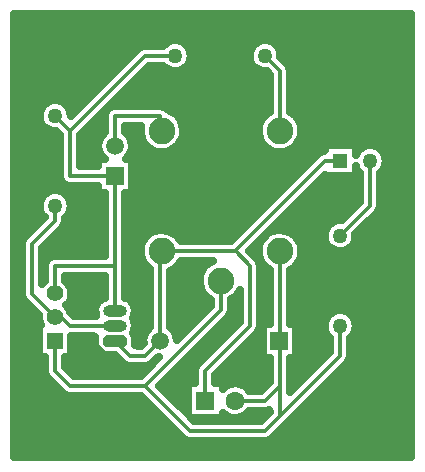
<source format=gtl>
G04 DipTrace 2.4.0.2*
%INTop.gtl*%
%MOIN*%
%ADD13C,0.013*%
%ADD14C,0.025*%
%ADD15C,0.063*%
%ADD16R,0.063X0.063*%
%ADD17C,0.05*%
%ADD18C,0.05*%
%ADD19R,0.0591X0.0591*%
%ADD20C,0.0591*%
%ADD21O,0.0787X0.0394*%
%ADD22C,0.0886*%
%ADD23R,0.05X0.05*%
%ADD24R,0.0551X0.0551*%
%ADD25C,0.0551*%
%FSLAX44Y44*%
G04*
G70*
G90*
G75*
G01*
%LNTop*%
%LPD*%
X7440Y7940D2*
D13*
X7940Y7440D1*
X8440D1*
X8940Y7940D1*
Y10861D1*
X9003Y10924D1*
X11456D1*
X11940Y10440D1*
Y8440D1*
X10440Y6940D1*
Y5940D1*
X14940Y13940D2*
X14440D1*
X11440Y10940D1*
X11020D1*
X11456Y10924D1*
X11440Y5940D2*
X12440D1*
X12940Y6440D1*
Y7916D1*
X12916Y7940D1*
X12940Y10924D2*
Y7964D1*
X12916Y7940D1*
X10971Y9940D2*
Y8971D1*
X8440Y6440D1*
X5940D1*
X5440Y6940D1*
Y7940D1*
X8440Y6440D2*
X9940Y4940D1*
X12440D1*
X12940Y5440D1*
X14940Y7440D1*
Y8440D1*
X12940Y6440D2*
Y5440D1*
X7440Y8940D2*
Y10440D1*
X5440D1*
Y9515D1*
X7440Y13440D2*
Y10440D1*
X9440Y17440D2*
X8440D1*
X5940Y14940D1*
Y13440D1*
X7440D1*
X5440Y15440D2*
Y15428D1*
X5940Y14928D1*
X5440Y8727D2*
Y8940D1*
X5940Y8440D1*
X7440D1*
X5440Y12440D2*
Y11940D1*
X4673Y11173D1*
Y9494D1*
X5440Y8727D1*
X7440Y14440D2*
Y15440D1*
X8940D1*
Y14877D1*
X9003Y14940D1*
X12440Y17440D2*
X12940Y16940D1*
Y14940D1*
X14940Y11440D2*
X15940Y12440D1*
Y13940D1*
X4090Y18566D2*
D14*
X17292D1*
X4090Y18318D2*
X17292D1*
X4090Y18069D2*
X17292D1*
X4090Y17820D2*
X9069D1*
X9811D2*
X12069D1*
X12811D2*
X17292D1*
X4090Y17572D2*
X8081D1*
X9963D2*
X11917D1*
X12963D2*
X17292D1*
X4090Y17323D2*
X7831D1*
X9967D2*
X11913D1*
X13049D2*
X17292D1*
X4090Y17074D2*
X7581D1*
X8565D2*
X9054D1*
X9826D2*
X12054D1*
X13268D2*
X17292D1*
X4090Y16825D2*
X7335D1*
X8319D2*
X12561D1*
X13295D2*
X17292D1*
X4090Y16577D2*
X7085D1*
X8069D2*
X12585D1*
X13295D2*
X17292D1*
X4090Y16328D2*
X6835D1*
X7819D2*
X12585D1*
X13295D2*
X17292D1*
X4090Y16079D2*
X6589D1*
X7572D2*
X12585D1*
X13295D2*
X17292D1*
X4090Y15831D2*
X5081D1*
X5799D2*
X6339D1*
X7322D2*
X12585D1*
X13295D2*
X17292D1*
X4090Y15582D2*
X4921D1*
X5959D2*
X6089D1*
X9326D2*
X12585D1*
X13295D2*
X17292D1*
X4090Y15333D2*
X4913D1*
X6826D2*
X7085D1*
X9615D2*
X12327D1*
X13553D2*
X17292D1*
X4090Y15085D2*
X5042D1*
X6576D2*
X7085D1*
X7795D2*
X8284D1*
X9721D2*
X12222D1*
X13658D2*
X17292D1*
X4090Y14836D2*
X5542D1*
X6326D2*
X7019D1*
X7861D2*
X8276D1*
X9729D2*
X12214D1*
X13666D2*
X17292D1*
X4090Y14587D2*
X5585D1*
X6295D2*
X6874D1*
X8006D2*
X8366D1*
X9643D2*
X12300D1*
X13580D2*
X17292D1*
X4090Y14339D2*
X5585D1*
X6295D2*
X6862D1*
X8018D2*
X8604D1*
X9401D2*
X12542D1*
X13338D2*
X14401D1*
X15479D2*
X15587D1*
X16291D2*
X17292D1*
X4090Y14090D2*
X5585D1*
X6295D2*
X6979D1*
X7901D2*
X14097D1*
X16459D2*
X17292D1*
X4090Y13841D2*
X5585D1*
X6295D2*
X6854D1*
X8026D2*
X13851D1*
X16471D2*
X17292D1*
X4090Y13593D2*
X5585D1*
X8026D2*
X13601D1*
X16346D2*
X17292D1*
X4090Y13344D2*
X5601D1*
X8026D2*
X13351D1*
X14334D2*
X15585D1*
X16295D2*
X17292D1*
X4090Y13095D2*
X6854D1*
X8026D2*
X13104D1*
X14088D2*
X15585D1*
X16295D2*
X17292D1*
X4090Y12846D2*
X5101D1*
X5779D2*
X7085D1*
X7795D2*
X12854D1*
X13838D2*
X15585D1*
X16295D2*
X17292D1*
X4090Y12598D2*
X4925D1*
X5955D2*
X7085D1*
X7795D2*
X12604D1*
X13588D2*
X15585D1*
X16295D2*
X17292D1*
X4090Y12349D2*
X4909D1*
X5971D2*
X7085D1*
X7795D2*
X12358D1*
X13342D2*
X15358D1*
X16283D2*
X17292D1*
X4090Y12100D2*
X5026D1*
X5854D2*
X7085D1*
X7795D2*
X12108D1*
X13092D2*
X15108D1*
X16092D2*
X17292D1*
X4090Y11852D2*
X4858D1*
X5783D2*
X7085D1*
X7795D2*
X11858D1*
X12842D2*
X14604D1*
X15842D2*
X17292D1*
X4090Y11603D2*
X4612D1*
X5596D2*
X7085D1*
X7795D2*
X8776D1*
X9229D2*
X11612D1*
X12596D2*
X12718D1*
X13166D2*
X14425D1*
X15596D2*
X17292D1*
X4090Y11354D2*
X4374D1*
X5346D2*
X7085D1*
X7795D2*
X8417D1*
X9592D2*
X11362D1*
X13526D2*
X14409D1*
X15471D2*
X17292D1*
X4090Y11106D2*
X4319D1*
X5096D2*
X7085D1*
X7795D2*
X8292D1*
X12096D2*
X12233D1*
X13651D2*
X14522D1*
X15358D2*
X17292D1*
X4090Y10857D2*
X4319D1*
X5029D2*
X7085D1*
X7795D2*
X8272D1*
X12014D2*
X12210D1*
X13670D2*
X17292D1*
X4090Y10608D2*
X4319D1*
X5029D2*
X5133D1*
X7795D2*
X8343D1*
X13600D2*
X17292D1*
X4090Y10360D2*
X4319D1*
X7795D2*
X8550D1*
X9455D2*
X10378D1*
X12295D2*
X12487D1*
X13393D2*
X17292D1*
X4090Y10111D2*
X4319D1*
X7795D2*
X8585D1*
X9295D2*
X10261D1*
X12295D2*
X12585D1*
X13295D2*
X17292D1*
X4090Y9862D2*
X4319D1*
X5877D2*
X7085D1*
X7795D2*
X8585D1*
X9295D2*
X10241D1*
X12295D2*
X12585D1*
X13295D2*
X17292D1*
X4090Y9614D2*
X4319D1*
X5998D2*
X7085D1*
X7795D2*
X8585D1*
X9295D2*
X10319D1*
X12295D2*
X12585D1*
X13295D2*
X17292D1*
X4090Y9365D2*
X4347D1*
X5983D2*
X7038D1*
X7842D2*
X8585D1*
X9295D2*
X10534D1*
X11408D2*
X11585D1*
X12295D2*
X12585D1*
X13295D2*
X17292D1*
X4090Y9116D2*
X4561D1*
X5842D2*
X6792D1*
X8088D2*
X8585D1*
X9295D2*
X10616D1*
X11326D2*
X11585D1*
X12295D2*
X12585D1*
X13295D2*
X17292D1*
X4090Y8867D2*
X4808D1*
X6002D2*
X6761D1*
X8119D2*
X8585D1*
X9295D2*
X10378D1*
X11311D2*
X11585D1*
X12295D2*
X12585D1*
X13295D2*
X14628D1*
X15252D2*
X17292D1*
X4090Y8619D2*
X4886D1*
X8088D2*
X8585D1*
X9295D2*
X10128D1*
X11111D2*
X11585D1*
X12295D2*
X12585D1*
X13295D2*
X14433D1*
X15447D2*
X17292D1*
X4090Y8370D2*
X4874D1*
X8119D2*
X8558D1*
X9322D2*
X9878D1*
X10861D2*
X11378D1*
X13502D2*
X14405D1*
X15475D2*
X17292D1*
X4090Y8121D2*
X4874D1*
X8111D2*
X8386D1*
X9494D2*
X9627D1*
X10611D2*
X11132D1*
X12111D2*
X12331D1*
X13502D2*
X14511D1*
X15369D2*
X17292D1*
X4090Y7873D2*
X4874D1*
X6006D2*
X6757D1*
X8123D2*
X8358D1*
X10365D2*
X10882D1*
X11865D2*
X12331D1*
X13502D2*
X14585D1*
X15295D2*
X17292D1*
X4090Y7624D2*
X4874D1*
X6006D2*
X6866D1*
X10115D2*
X10632D1*
X11615D2*
X12331D1*
X13502D2*
X14585D1*
X15295D2*
X17292D1*
X4090Y7375D2*
X5085D1*
X5795D2*
X7515D1*
X9865D2*
X10386D1*
X11365D2*
X12585D1*
X13295D2*
X14386D1*
X15287D2*
X17292D1*
X4090Y7127D2*
X5085D1*
X5795D2*
X7811D1*
X9619D2*
X10144D1*
X11119D2*
X12585D1*
X13295D2*
X14136D1*
X15119D2*
X17292D1*
X4090Y6878D2*
X5093D1*
X5994D2*
X8386D1*
X9369D2*
X10085D1*
X10869D2*
X12585D1*
X13295D2*
X13886D1*
X14869D2*
X17292D1*
X4090Y6629D2*
X5261D1*
X9119D2*
X10085D1*
X10795D2*
X12585D1*
X13295D2*
X13640D1*
X14619D2*
X17292D1*
X4090Y6381D2*
X5507D1*
X8990D2*
X9835D1*
X11842D2*
X12390D1*
X13295D2*
X13391D1*
X14373D2*
X17292D1*
X4090Y6132D2*
X5796D1*
X9240D2*
X9835D1*
X14123D2*
X17292D1*
X4090Y5883D2*
X8507D1*
X9486D2*
X9835D1*
X13873D2*
X17292D1*
X4090Y5635D2*
X8753D1*
X9736D2*
X9833D1*
X13627D2*
X17292D1*
X4090Y5386D2*
X9003D1*
X11045D2*
X11245D1*
X11635D2*
X12394D1*
X13377D2*
X17292D1*
X4090Y5137D2*
X9253D1*
X13127D2*
X17292D1*
X4090Y4888D2*
X9499D1*
X12881D2*
X17292D1*
X4090Y4640D2*
X9776D1*
X12604D2*
X17292D1*
X4090Y4391D2*
X17292D1*
X4090Y4142D2*
X17292D1*
X11913Y5607D2*
X11817Y5500D1*
X11715Y5429D1*
X11599Y5382D1*
X11476Y5361D1*
X11351Y5367D1*
X11231Y5399D1*
X11120Y5456D1*
X11022Y5539D1*
X11020Y5360D1*
X9985D1*
X10079Y5267D1*
X11940Y5270D1*
X12303D1*
X12613Y5579D1*
X12571Y5637D1*
X12440Y5610D1*
X11920D1*
X11020Y6338D2*
X11104Y6413D1*
X11213Y6474D1*
X11333Y6510D1*
X11457Y6520D1*
X11581Y6503D1*
X11698Y6460D1*
X11803Y6392D1*
X11891Y6304D1*
X11914Y6268D1*
X12303Y6270D1*
X12613Y6579D1*
X12610Y7381D1*
X12356Y7380D1*
Y8500D1*
X12610D1*
Y10296D1*
X12471Y10394D1*
X12385Y10485D1*
X12316Y10589D1*
X12267Y10704D1*
X12239Y10826D1*
X12233Y10950D1*
X12248Y11074D1*
X12285Y11193D1*
X12343Y11304D1*
X12419Y11403D1*
X12511Y11487D1*
X12617Y11554D1*
X12732Y11601D1*
X12854Y11627D1*
X12979Y11631D1*
X13103Y11613D1*
X13221Y11574D1*
X13331Y11514D1*
X13428Y11437D1*
X13511Y11343D1*
X13576Y11236D1*
X13620Y11120D1*
X13644Y10997D1*
X13648Y10924D1*
X13637Y10800D1*
X13604Y10679D1*
X13551Y10567D1*
X13479Y10465D1*
X13389Y10377D1*
X13269Y10299D1*
X13270Y8498D1*
X13477Y8500D1*
Y7380D1*
X13270D1*
Y6233D1*
X14298Y7264D1*
X14610Y7576D1*
Y8045D1*
X14551Y8103D1*
X14481Y8206D1*
X14438Y8323D1*
X14425Y8447D1*
X14442Y8571D1*
X14488Y8687D1*
X14560Y8788D1*
X14655Y8869D1*
X14767Y8925D1*
X14888Y8952D1*
X15013Y8950D1*
X15133Y8917D1*
X15242Y8857D1*
X15334Y8772D1*
X15402Y8668D1*
X15443Y8550D1*
X15455Y8440D1*
X15440Y8316D1*
X15396Y8200D1*
X15324Y8097D1*
X15269Y8048D1*
X15270Y7440D1*
X15247Y7318D1*
X15173Y7207D1*
X12673Y4707D1*
X12571Y4637D1*
X12440Y4610D1*
X9940D1*
X9818Y4633D1*
X9707Y4707D1*
X8301Y6113D1*
X6440Y6110D1*
X5940D1*
X5818Y6133D1*
X5707Y6207D1*
X5207Y6707D1*
X5137Y6809D1*
X5110Y6940D1*
X5106Y7399D1*
X4899D1*
Y8481D1*
X4958D1*
X4904Y8654D1*
X4906Y8798D1*
X4440Y9261D1*
X4370Y9363D1*
X4343Y9494D1*
Y11173D1*
X4367Y11295D1*
X4440Y11407D1*
X5095Y12061D1*
X5051Y12103D1*
X4981Y12206D1*
X4938Y12323D1*
X4925Y12447D1*
X4942Y12571D1*
X4988Y12687D1*
X5060Y12788D1*
X5155Y12869D1*
X5267Y12925D1*
X5388Y12952D1*
X5513Y12950D1*
X5633Y12917D1*
X5742Y12857D1*
X5834Y12772D1*
X5902Y12668D1*
X5943Y12550D1*
X5955Y12440D1*
X5940Y12316D1*
X5896Y12200D1*
X5824Y12097D1*
X5769Y12048D1*
X5770Y11940D1*
X5747Y11818D1*
X5673Y11707D1*
X5002Y11035D1*
X5003Y9834D1*
X5059Y9899D1*
X5111Y9939D1*
X5110Y10440D1*
X5133Y10562D1*
X5200Y10667D1*
X5301Y10739D1*
X5440Y10770D1*
X7108D1*
X7110Y12881D1*
X6880Y12880D1*
Y13110D1*
X5940D1*
X5818Y13133D1*
X5713Y13200D1*
X5641Y13301D1*
X5610Y13440D1*
Y14788D1*
X5477Y14924D1*
X5374Y14929D1*
X5253Y14960D1*
X5143Y15019D1*
X5051Y15103D1*
X4981Y15206D1*
X4938Y15323D1*
X4925Y15447D1*
X4942Y15571D1*
X4988Y15687D1*
X5060Y15788D1*
X5155Y15869D1*
X5267Y15925D1*
X5388Y15952D1*
X5513Y15950D1*
X5633Y15917D1*
X5742Y15857D1*
X5834Y15772D1*
X5902Y15668D1*
X5943Y15550D1*
X5953Y15421D1*
X8207Y17673D1*
X8309Y17743D1*
X8440Y17770D1*
X9045D1*
X9155Y17869D1*
X9267Y17925D1*
X9388Y17952D1*
X9513Y17950D1*
X9633Y17917D1*
X9742Y17857D1*
X9834Y17772D1*
X9902Y17668D1*
X9943Y17550D1*
X9955Y17440D1*
X9940Y17316D1*
X9896Y17200D1*
X9824Y17097D1*
X9731Y17015D1*
X9620Y16958D1*
X9499Y16928D1*
X9374Y16929D1*
X9253Y16960D1*
X9143Y17019D1*
X9044Y17112D1*
X8577Y17110D1*
X6268Y14801D1*
X6270Y13772D1*
X6881Y13770D1*
X6880Y14000D1*
X7095D1*
X7007Y14084D1*
X6939Y14189D1*
X6896Y14306D1*
X6880Y14430D1*
X6891Y14554D1*
X6930Y14673D1*
X6994Y14780D1*
X7110Y14889D1*
Y15440D1*
X7133Y15562D1*
X7200Y15667D1*
X7301Y15739D1*
X7440Y15770D1*
X8940D1*
X9062Y15747D1*
X9169Y15677D1*
X9284Y15590D1*
X9394Y15530D1*
X9491Y15452D1*
X9574Y15359D1*
X9639Y15252D1*
X9683Y15135D1*
X9707Y15013D1*
X9711Y14940D1*
X9700Y14816D1*
X9667Y14695D1*
X9614Y14582D1*
X9542Y14481D1*
X9452Y14393D1*
X9349Y14323D1*
X9236Y14271D1*
X9115Y14241D1*
X8990Y14232D1*
X8866Y14245D1*
X8746Y14280D1*
X8634Y14336D1*
X8534Y14410D1*
X8448Y14501D1*
X8379Y14605D1*
X8330Y14720D1*
X8302Y14841D1*
X8296Y14966D1*
X8315Y15110D1*
X7772D1*
X7770Y14889D1*
X7867Y14803D1*
X7936Y14700D1*
X7982Y14584D1*
X8000Y14440D1*
X7986Y14316D1*
X7945Y14198D1*
X7879Y14092D1*
X7788Y14002D1*
X8000Y14000D1*
Y12880D1*
X7770D1*
Y9381D1*
X7829Y9360D1*
X7935Y9293D1*
X8018Y9201D1*
X8074Y9089D1*
X8099Y8940D1*
X8082Y8817D1*
X8025Y8693D1*
X8074Y8589D1*
X8099Y8440D1*
X8082Y8317D1*
X8037Y8213D1*
X8074Y8150D1*
X8099Y8038D1*
X8097Y7814D1*
X8190Y7770D1*
X8303D1*
X8386Y7853D1*
X8380Y7930D1*
X8391Y8054D1*
X8430Y8173D1*
X8494Y8280D1*
X8610Y8389D1*
Y10335D1*
X8534Y10394D1*
X8448Y10485D1*
X8379Y10589D1*
X8330Y10704D1*
X8302Y10826D1*
X8296Y10950D1*
X8311Y11074D1*
X8348Y11193D1*
X8406Y11304D1*
X8482Y11403D1*
X8574Y11487D1*
X8679Y11554D1*
X8795Y11601D1*
X8917Y11627D1*
X9042Y11631D1*
X9166Y11613D1*
X9284Y11574D1*
X9394Y11514D1*
X9491Y11437D1*
X9574Y11343D1*
X9628Y11253D1*
X10921Y11254D1*
X11020Y11270D1*
X11305D1*
X14207Y14173D1*
X14313Y14244D1*
X14407Y14268D1*
X14425Y14300D1*
Y14455D1*
X15455D1*
Y14115D1*
X15488Y14187D1*
X15560Y14288D1*
X15655Y14369D1*
X15767Y14425D1*
X15888Y14452D1*
X16013Y14450D1*
X16133Y14417D1*
X16242Y14357D1*
X16334Y14272D1*
X16402Y14168D1*
X16443Y14050D1*
X16455Y13940D1*
X16440Y13816D1*
X16396Y13700D1*
X16324Y13597D1*
X16269Y13548D1*
X16270Y12440D1*
X16247Y12318D1*
X16173Y12207D1*
X15452Y11486D1*
X15440Y11316D1*
X15396Y11200D1*
X15324Y11097D1*
X15231Y11015D1*
X15120Y10958D1*
X14999Y10928D1*
X14874Y10929D1*
X14753Y10960D1*
X14643Y11019D1*
X14551Y11103D1*
X14481Y11206D1*
X14438Y11323D1*
X14425Y11447D1*
X14442Y11571D1*
X14488Y11687D1*
X14560Y11788D1*
X14655Y11869D1*
X14767Y11925D1*
X14888Y11952D1*
X14986Y11950D1*
X15610Y12577D1*
Y13545D1*
X15551Y13603D1*
X15481Y13706D1*
X15456Y13776D1*
X15455Y13425D1*
X14425D1*
Y13460D1*
X11908Y10942D1*
X12173Y10673D1*
X12243Y10571D1*
X12270Y10440D1*
Y8440D1*
X12247Y8318D1*
X12173Y8207D1*
X10767Y6801D1*
X10770Y6522D1*
X11020Y6520D1*
Y6336D1*
X9985Y6520D2*
X10114D1*
X10110Y6940D1*
X10133Y7062D1*
X10207Y7173D1*
X11613Y8579D1*
X11610Y9631D1*
X11510Y9481D1*
X11421Y9393D1*
X11300Y9315D1*
X11301Y8971D1*
X11278Y8849D1*
X11205Y8738D1*
X8904Y6437D1*
X9204Y6143D1*
X9858Y5488D1*
X9860Y6520D1*
X9985D1*
X12487Y16928D2*
X12374Y16929D1*
X12253Y16960D1*
X12143Y17019D1*
X12051Y17103D1*
X11981Y17206D1*
X11938Y17323D1*
X11925Y17447D1*
X11942Y17571D1*
X11988Y17687D1*
X12060Y17788D1*
X12155Y17869D1*
X12267Y17925D1*
X12388Y17952D1*
X12513Y17950D1*
X12633Y17917D1*
X12742Y17857D1*
X12834Y17772D1*
X12902Y17668D1*
X12943Y17550D1*
X12955Y17440D1*
X12950Y17397D1*
X13173Y17173D1*
X13243Y17071D1*
X13270Y16940D1*
Y15569D1*
X13428Y15452D1*
X13511Y15359D1*
X13576Y15252D1*
X13620Y15135D1*
X13644Y15013D1*
X13648Y14940D1*
X13637Y14816D1*
X13604Y14695D1*
X13551Y14582D1*
X13479Y14481D1*
X13389Y14393D1*
X13286Y14323D1*
X13173Y14271D1*
X13052Y14241D1*
X12927Y14232D1*
X12803Y14245D1*
X12683Y14280D1*
X12571Y14336D1*
X12471Y14410D1*
X12385Y14501D1*
X12316Y14605D1*
X12267Y14720D1*
X12239Y14841D1*
X12233Y14966D1*
X12248Y15090D1*
X12285Y15209D1*
X12343Y15320D1*
X12419Y15419D1*
X12511Y15503D1*
X12613Y15568D1*
X12610Y16803D1*
X12488Y16925D1*
X9272Y8391D2*
X9367Y8303D1*
X9436Y8200D1*
X9482Y8084D1*
X9499Y7964D1*
X10640Y9107D1*
X10641Y9311D1*
X10502Y9410D1*
X10416Y9501D1*
X10348Y9605D1*
X10299Y9720D1*
X10270Y9841D1*
X10264Y9966D1*
X10280Y10090D1*
X10317Y10209D1*
X10374Y10320D1*
X10450Y10419D1*
X10542Y10503D1*
X10648Y10570D1*
X10709Y10595D1*
X9632Y10594D1*
X9542Y10465D1*
X9452Y10377D1*
X9349Y10307D1*
X9268Y10270D1*
X9270Y8986D1*
Y8396D1*
X6781Y7967D2*
X6783Y8066D1*
X6690Y8110D1*
X5981Y8106D1*
Y7399D1*
X5774D1*
X5770Y7077D1*
X6079Y6767D1*
X7815Y6770D1*
X8303D1*
X8917Y7383D1*
X8820Y7353D1*
X8673Y7207D1*
X8571Y7137D1*
X8440Y7110D1*
X7940D1*
X7818Y7133D1*
X7707Y7207D1*
X7433Y7480D1*
X7145Y7478D1*
X7031Y7504D1*
X6957Y7556D1*
X6859Y7654D1*
X6806Y7730D1*
X6781Y7842D1*
Y7967D1*
X6816Y8771D2*
X6788Y8864D1*
X6784Y8989D1*
X6814Y9110D1*
X6875Y9219D1*
X6963Y9307D1*
X7071Y9369D1*
X7113Y9379D1*
X7110Y10108D1*
X5772Y10110D1*
X5770Y9944D1*
X5841Y9877D1*
X5914Y9775D1*
X5961Y9660D1*
X5981Y9515D1*
X5966Y9391D1*
X5924Y9274D1*
X5856Y9169D1*
X5808Y9123D1*
X5914Y8988D1*
X5951Y8898D1*
X6079Y8767D1*
X6811Y8770D1*
X17190Y18815D2*
X4065D1*
Y4065D1*
X17315D1*
Y18815D1*
X17190D1*
D15*
X11440Y5940D3*
D16*
X10440D3*
D17*
X14940Y8440D3*
D18*
Y11440D3*
D17*
X12440Y17440D3*
D18*
X9440D3*
D19*
X12916Y7940D3*
D20*
X8940D3*
G36*
X7145Y8137D2*
X7046Y8038D1*
Y7842D1*
X7145Y7743D1*
X7735D1*
X7834Y7842D1*
Y8038D1*
X7735Y8137D1*
X7145D1*
G37*
D21*
X7440Y8440D3*
Y8940D3*
D22*
X12940Y14940D3*
X9003D3*
Y10924D3*
X12940D3*
X10971Y9940D3*
D17*
X15940Y13940D3*
D23*
X14940D3*
D24*
X5440Y7940D3*
D25*
Y8727D3*
Y9515D3*
D19*
X7440Y13440D3*
D20*
Y14440D3*
D17*
X5440Y15440D3*
D18*
Y12440D3*
M02*

</source>
